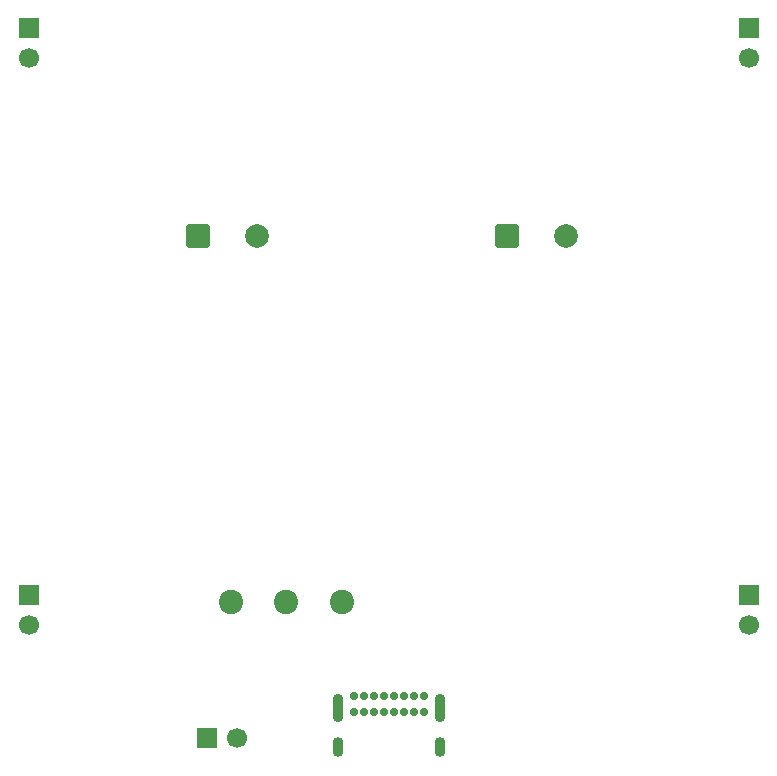
<source format=gbr>
%TF.GenerationSoftware,KiCad,Pcbnew,9.0.3*%
%TF.CreationDate,2025-08-18T21:06:09-04:00*%
%TF.ProjectId,robotbrain,726f626f-7462-4726-9169-6e2e6b696361,rev?*%
%TF.SameCoordinates,Original*%
%TF.FileFunction,Soldermask,Bot*%
%TF.FilePolarity,Negative*%
%FSLAX46Y46*%
G04 Gerber Fmt 4.6, Leading zero omitted, Abs format (unit mm)*
G04 Created by KiCad (PCBNEW 9.0.3) date 2025-08-18 21:06:09*
%MOMM*%
%LPD*%
G01*
G04 APERTURE LIST*
G04 Aperture macros list*
%AMRoundRect*
0 Rectangle with rounded corners*
0 $1 Rounding radius*
0 $2 $3 $4 $5 $6 $7 $8 $9 X,Y pos of 4 corners*
0 Add a 4 corners polygon primitive as box body*
4,1,4,$2,$3,$4,$5,$6,$7,$8,$9,$2,$3,0*
0 Add four circle primitives for the rounded corners*
1,1,$1+$1,$2,$3*
1,1,$1+$1,$4,$5*
1,1,$1+$1,$6,$7*
1,1,$1+$1,$8,$9*
0 Add four rect primitives between the rounded corners*
20,1,$1+$1,$2,$3,$4,$5,0*
20,1,$1+$1,$4,$5,$6,$7,0*
20,1,$1+$1,$6,$7,$8,$9,0*
20,1,$1+$1,$8,$9,$2,$3,0*%
G04 Aperture macros list end*
%ADD10R,1.700000X1.700000*%
%ADD11C,1.700000*%
%ADD12C,2.057400*%
%ADD13RoundRect,0.250000X-0.750000X-0.750000X0.750000X-0.750000X0.750000X0.750000X-0.750000X0.750000X0*%
%ADD14C,2.000000*%
%ADD15C,0.700000*%
%ADD16O,0.900000X2.400000*%
%ADD17O,0.900000X1.700000*%
G04 APERTURE END LIST*
D10*
%TO.C,J1*%
X95225000Y-121500000D03*
D11*
X97765000Y-121500000D03*
%TD*%
D12*
%TO.C,SW1*%
X106594100Y-110000000D03*
X101895100Y-110000000D03*
X97196100Y-110000000D03*
%TD*%
D13*
%TO.C,C11*%
X94445000Y-79000000D03*
D14*
X99445000Y-79000000D03*
%TD*%
D10*
%TO.C,J6*%
X141095000Y-61460000D03*
D11*
X141095000Y-64000000D03*
%TD*%
D10*
%TO.C,J7*%
X141095000Y-109460000D03*
D11*
X141095000Y-112000000D03*
%TD*%
D15*
%TO.C,J3*%
X107620000Y-117975000D03*
X108470000Y-117975000D03*
X109320000Y-117975000D03*
X110170000Y-117975000D03*
X111020000Y-117975000D03*
X111870000Y-117975000D03*
X112720000Y-117975000D03*
X113570000Y-117975000D03*
X113570000Y-119325000D03*
X112720000Y-119325000D03*
X111870000Y-119325000D03*
X111020000Y-119325000D03*
X110170000Y-119325000D03*
X109320000Y-119325000D03*
X108470000Y-119325000D03*
X107620000Y-119325000D03*
D16*
X106270000Y-118955000D03*
D17*
X106270000Y-122335000D03*
D16*
X114920000Y-118955000D03*
D17*
X114920000Y-122335000D03*
%TD*%
D10*
%TO.C,J5*%
X80095000Y-109460000D03*
D11*
X80095000Y-112000000D03*
%TD*%
D13*
%TO.C,C13*%
X120577300Y-79000000D03*
D14*
X125577300Y-79000000D03*
%TD*%
D10*
%TO.C,J2*%
X80095000Y-61460000D03*
D11*
X80095000Y-64000000D03*
%TD*%
M02*

</source>
